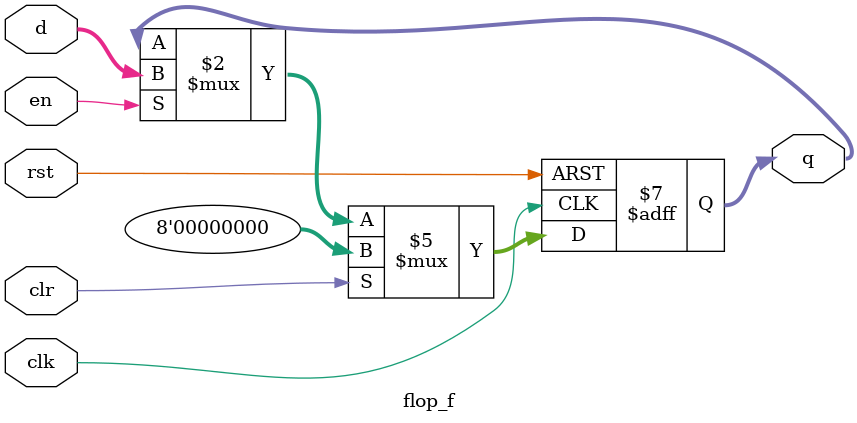
<source format=sv>
`timescale 1ns/1ps

module flop_f
#(parameter WIDTH = 8)

(
    input   logic               clk, rst, en, clr,
    input   logic   [WIDTH-1:0] d,
    output  logic   [WIDTH-1:0] q
);

always_ff @(negedge clk, posedge rst)
    if      (rst)   q <= 0;
    else if (clr)   q <= 0;
    else if (en)    q <= d;

endmodule:flop_f



</source>
